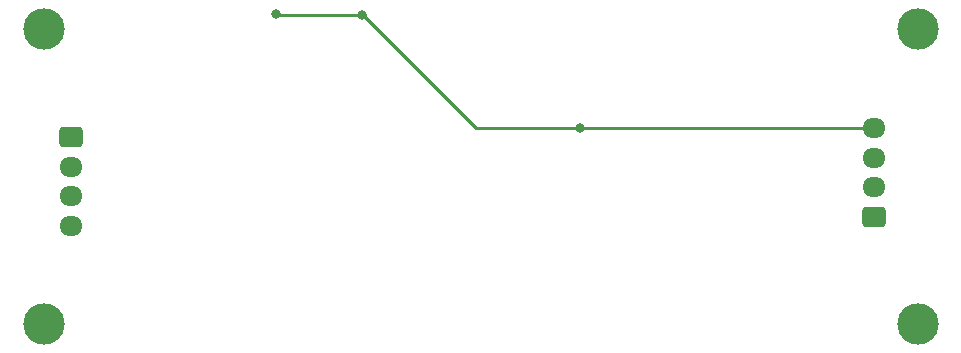
<source format=gbr>
%TF.GenerationSoftware,KiCad,Pcbnew,(6.0.6)*%
%TF.CreationDate,2022-08-15T12:46:32+09:00*%
%TF.ProjectId,aliss_03b,616c6973-735f-4303-9362-2e6b69636164,rev?*%
%TF.SameCoordinates,Original*%
%TF.FileFunction,Copper,L2,Bot*%
%TF.FilePolarity,Positive*%
%FSLAX46Y46*%
G04 Gerber Fmt 4.6, Leading zero omitted, Abs format (unit mm)*
G04 Created by KiCad (PCBNEW (6.0.6)) date 2022-08-15 12:46:32*
%MOMM*%
%LPD*%
G01*
G04 APERTURE LIST*
G04 Aperture macros list*
%AMRoundRect*
0 Rectangle with rounded corners*
0 $1 Rounding radius*
0 $2 $3 $4 $5 $6 $7 $8 $9 X,Y pos of 4 corners*
0 Add a 4 corners polygon primitive as box body*
4,1,4,$2,$3,$4,$5,$6,$7,$8,$9,$2,$3,0*
0 Add four circle primitives for the rounded corners*
1,1,$1+$1,$2,$3*
1,1,$1+$1,$4,$5*
1,1,$1+$1,$6,$7*
1,1,$1+$1,$8,$9*
0 Add four rect primitives between the rounded corners*
20,1,$1+$1,$2,$3,$4,$5,0*
20,1,$1+$1,$4,$5,$6,$7,0*
20,1,$1+$1,$6,$7,$8,$9,0*
20,1,$1+$1,$8,$9,$2,$3,0*%
G04 Aperture macros list end*
%TA.AperFunction,ComponentPad*%
%ADD10RoundRect,0.250000X-0.725000X0.600000X-0.725000X-0.600000X0.725000X-0.600000X0.725000X0.600000X0*%
%TD*%
%TA.AperFunction,ComponentPad*%
%ADD11O,1.950000X1.700000*%
%TD*%
%TA.AperFunction,ComponentPad*%
%ADD12RoundRect,0.250000X0.725000X-0.600000X0.725000X0.600000X-0.725000X0.600000X-0.725000X-0.600000X0*%
%TD*%
%TA.AperFunction,ViaPad*%
%ADD13C,3.500000*%
%TD*%
%TA.AperFunction,ViaPad*%
%ADD14C,0.800000*%
%TD*%
%TA.AperFunction,Conductor*%
%ADD15C,0.250000*%
%TD*%
G04 APERTURE END LIST*
D10*
%TO.P,J2,1,Pin_1*%
%TO.N,/Tx*%
X85327200Y-97196800D03*
D11*
%TO.P,J2,2,Pin_2*%
%TO.N,/Rx*%
X85327200Y-99696800D03*
%TO.P,J2,3,Pin_3*%
%TO.N,/3V3*%
X85327200Y-102196800D03*
%TO.P,J2,4,Pin_4*%
%TO.N,/GND*%
X85327200Y-104696800D03*
%TD*%
D12*
%TO.P,J1,1,Pin_1*%
%TO.N,/SCL*%
X153302400Y-103918600D03*
D11*
%TO.P,J1,2,Pin_2*%
%TO.N,/SDA*%
X153302400Y-101418600D03*
%TO.P,J1,3,Pin_3*%
%TO.N,/3V3*%
X153302400Y-98918600D03*
%TO.P,J1,4,Pin_4*%
%TO.N,/GND*%
X153302400Y-96418600D03*
%TD*%
D13*
%TO.N,*%
X157000000Y-88000000D03*
X157000000Y-113000000D03*
X83000000Y-113000000D03*
X83000000Y-88000000D03*
D14*
%TO.N,/GND*%
X128392000Y-96418600D03*
X102654800Y-86748200D03*
X109995400Y-86875200D03*
%TD*%
D15*
%TO.N,/GND*%
X153302400Y-96418600D02*
X128392000Y-96418600D01*
X119615000Y-96418600D02*
X128392000Y-96418600D01*
X109995400Y-86875200D02*
X110071600Y-86875200D01*
X110071600Y-86875200D02*
X119615000Y-96418600D01*
X102781800Y-86875200D02*
X102654800Y-86748200D01*
X109995400Y-86875200D02*
X102781800Y-86875200D01*
%TD*%
M02*

</source>
